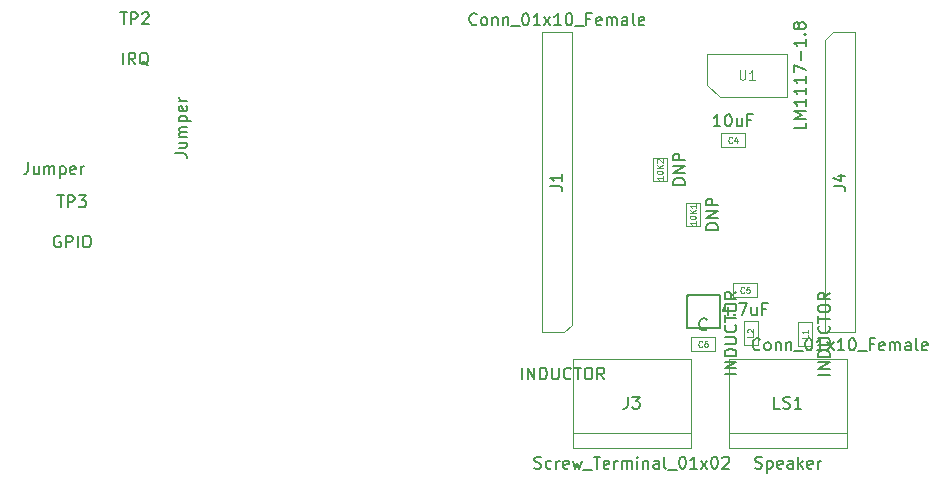
<source format=gbr>
G04 #@! TF.GenerationSoftware,KiCad,Pcbnew,5.1.1-8be2ce7~80~ubuntu18.10.1*
G04 #@! TF.CreationDate,2019-05-27T00:45:37+08:00*
G04 #@! TF.ProjectId,tas2562_dev_pcb,74617332-3536-4325-9f64-65765f706362,rev?*
G04 #@! TF.SameCoordinates,Original*
G04 #@! TF.FileFunction,Other,Fab,Top*
%FSLAX46Y46*%
G04 Gerber Fmt 4.6, Leading zero omitted, Abs format (unit mm)*
G04 Created by KiCad (PCBNEW 5.1.1-8be2ce7~80~ubuntu18.10.1) date 2019-05-27 00:45:37*
%MOMM*%
%LPD*%
G04 APERTURE LIST*
%ADD10C,0.152400*%
%ADD11C,0.100000*%
%ADD12C,0.150000*%
%ADD13C,0.080000*%
%ADD14C,0.120000*%
G04 APERTURE END LIST*
D10*
X160000000Y-101200000D02*
X160000000Y-104000000D01*
X162800000Y-101200000D02*
X160000000Y-101200000D01*
X162800000Y-104000000D02*
X162800000Y-101200000D01*
X160000000Y-104000000D02*
X162800000Y-104000000D01*
X160200000Y-101200000D02*
X160000000Y-101400000D01*
D11*
X150266400Y-103759000D02*
X149631400Y-104394000D01*
X150266400Y-78994000D02*
X150266400Y-103759000D01*
X147726400Y-78994000D02*
X150266400Y-78994000D01*
X147726400Y-104394000D02*
X147726400Y-78994000D01*
X149631400Y-104394000D02*
X147726400Y-104394000D01*
X171704000Y-79629000D02*
X172339000Y-78994000D01*
X171704000Y-104394000D02*
X171704000Y-79629000D01*
X174244000Y-104394000D02*
X171704000Y-104394000D01*
X174244000Y-78994000D02*
X174244000Y-104394000D01*
X172339000Y-78994000D02*
X174244000Y-78994000D01*
X161128000Y-93409500D02*
X161128000Y-95409500D01*
X159928000Y-93409500D02*
X161128000Y-93409500D01*
X159928000Y-95409500D02*
X159928000Y-93409500D01*
X161128000Y-95409500D02*
X159928000Y-95409500D01*
X158334000Y-91599500D02*
X157134000Y-91599500D01*
X157134000Y-91599500D02*
X157134000Y-89599500D01*
X157134000Y-89599500D02*
X158334000Y-89599500D01*
X158334000Y-89599500D02*
X158334000Y-91599500D01*
X164908500Y-87538000D02*
X164908500Y-88738000D01*
X164908500Y-88738000D02*
X162908500Y-88738000D01*
X162908500Y-88738000D02*
X162908500Y-87538000D01*
X162908500Y-87538000D02*
X164908500Y-87538000D01*
X165924500Y-101438000D02*
X163924500Y-101438000D01*
X165924500Y-100238000D02*
X165924500Y-101438000D01*
X163924500Y-100238000D02*
X165924500Y-100238000D01*
X163924500Y-101438000D02*
X163924500Y-100238000D01*
X160368500Y-104810000D02*
X162368500Y-104810000D01*
X160368500Y-106010000D02*
X160368500Y-104810000D01*
X162368500Y-106010000D02*
X160368500Y-106010000D01*
X162368500Y-104810000D02*
X162368500Y-106010000D01*
X150390000Y-112950000D02*
X160290000Y-112950000D01*
X150340000Y-106650000D02*
X150340000Y-114150000D01*
X150340000Y-114150000D02*
X160340000Y-114150000D01*
X160340000Y-114150000D02*
X160340000Y-106650000D01*
X160340000Y-106650000D02*
X150340000Y-106650000D01*
X170600000Y-105537500D02*
X169400000Y-105537500D01*
X169400000Y-105537500D02*
X169400000Y-103537500D01*
X169400000Y-103537500D02*
X170600000Y-103537500D01*
X170600000Y-103537500D02*
X170600000Y-105537500D01*
X164800000Y-105462500D02*
X164800000Y-103462500D01*
X166000000Y-105462500D02*
X164800000Y-105462500D01*
X166000000Y-103462500D02*
X166000000Y-105462500D01*
X164800000Y-103462500D02*
X166000000Y-103462500D01*
X173540000Y-106650000D02*
X163540000Y-106650000D01*
X173540000Y-114150000D02*
X173540000Y-106650000D01*
X163540000Y-114150000D02*
X173540000Y-114150000D01*
X163540000Y-106650000D02*
X163540000Y-114150000D01*
X163590000Y-112950000D02*
X173490000Y-112950000D01*
X162800000Y-84502000D02*
X161750000Y-83452000D01*
X162800000Y-84502000D02*
X168450000Y-84502000D01*
X161750000Y-83452000D02*
X161750000Y-80802000D01*
X168450000Y-84502000D02*
X168450000Y-80802000D01*
X161750000Y-80802000D02*
X168450000Y-80802000D01*
D12*
X142210685Y-78291142D02*
X142163066Y-78338761D01*
X142020209Y-78386380D01*
X141924971Y-78386380D01*
X141782114Y-78338761D01*
X141686876Y-78243523D01*
X141639257Y-78148285D01*
X141591638Y-77957809D01*
X141591638Y-77814952D01*
X141639257Y-77624476D01*
X141686876Y-77529238D01*
X141782114Y-77434000D01*
X141924971Y-77386380D01*
X142020209Y-77386380D01*
X142163066Y-77434000D01*
X142210685Y-77481619D01*
X142782114Y-78386380D02*
X142686876Y-78338761D01*
X142639257Y-78291142D01*
X142591638Y-78195904D01*
X142591638Y-77910190D01*
X142639257Y-77814952D01*
X142686876Y-77767333D01*
X142782114Y-77719714D01*
X142924971Y-77719714D01*
X143020209Y-77767333D01*
X143067828Y-77814952D01*
X143115447Y-77910190D01*
X143115447Y-78195904D01*
X143067828Y-78291142D01*
X143020209Y-78338761D01*
X142924971Y-78386380D01*
X142782114Y-78386380D01*
X143544019Y-77719714D02*
X143544019Y-78386380D01*
X143544019Y-77814952D02*
X143591638Y-77767333D01*
X143686876Y-77719714D01*
X143829733Y-77719714D01*
X143924971Y-77767333D01*
X143972590Y-77862571D01*
X143972590Y-78386380D01*
X144448780Y-77719714D02*
X144448780Y-78386380D01*
X144448780Y-77814952D02*
X144496400Y-77767333D01*
X144591638Y-77719714D01*
X144734495Y-77719714D01*
X144829733Y-77767333D01*
X144877352Y-77862571D01*
X144877352Y-78386380D01*
X145115447Y-78481619D02*
X145877352Y-78481619D01*
X146305923Y-77386380D02*
X146401161Y-77386380D01*
X146496400Y-77434000D01*
X146544019Y-77481619D01*
X146591638Y-77576857D01*
X146639257Y-77767333D01*
X146639257Y-78005428D01*
X146591638Y-78195904D01*
X146544019Y-78291142D01*
X146496400Y-78338761D01*
X146401161Y-78386380D01*
X146305923Y-78386380D01*
X146210685Y-78338761D01*
X146163066Y-78291142D01*
X146115447Y-78195904D01*
X146067828Y-78005428D01*
X146067828Y-77767333D01*
X146115447Y-77576857D01*
X146163066Y-77481619D01*
X146210685Y-77434000D01*
X146305923Y-77386380D01*
X147591638Y-78386380D02*
X147020209Y-78386380D01*
X147305923Y-78386380D02*
X147305923Y-77386380D01*
X147210685Y-77529238D01*
X147115447Y-77624476D01*
X147020209Y-77672095D01*
X147924971Y-78386380D02*
X148448780Y-77719714D01*
X147924971Y-77719714D02*
X148448780Y-78386380D01*
X149353542Y-78386380D02*
X148782114Y-78386380D01*
X149067828Y-78386380D02*
X149067828Y-77386380D01*
X148972590Y-77529238D01*
X148877352Y-77624476D01*
X148782114Y-77672095D01*
X149972590Y-77386380D02*
X150067828Y-77386380D01*
X150163066Y-77434000D01*
X150210685Y-77481619D01*
X150258304Y-77576857D01*
X150305923Y-77767333D01*
X150305923Y-78005428D01*
X150258304Y-78195904D01*
X150210685Y-78291142D01*
X150163066Y-78338761D01*
X150067828Y-78386380D01*
X149972590Y-78386380D01*
X149877352Y-78338761D01*
X149829733Y-78291142D01*
X149782114Y-78195904D01*
X149734495Y-78005428D01*
X149734495Y-77767333D01*
X149782114Y-77576857D01*
X149829733Y-77481619D01*
X149877352Y-77434000D01*
X149972590Y-77386380D01*
X150496400Y-78481619D02*
X151258304Y-78481619D01*
X151829733Y-77862571D02*
X151496400Y-77862571D01*
X151496400Y-78386380D02*
X151496400Y-77386380D01*
X151972590Y-77386380D01*
X152734495Y-78338761D02*
X152639257Y-78386380D01*
X152448780Y-78386380D01*
X152353542Y-78338761D01*
X152305923Y-78243523D01*
X152305923Y-77862571D01*
X152353542Y-77767333D01*
X152448780Y-77719714D01*
X152639257Y-77719714D01*
X152734495Y-77767333D01*
X152782114Y-77862571D01*
X152782114Y-77957809D01*
X152305923Y-78053047D01*
X153210685Y-78386380D02*
X153210685Y-77719714D01*
X153210685Y-77814952D02*
X153258304Y-77767333D01*
X153353542Y-77719714D01*
X153496400Y-77719714D01*
X153591638Y-77767333D01*
X153639257Y-77862571D01*
X153639257Y-78386380D01*
X153639257Y-77862571D02*
X153686876Y-77767333D01*
X153782114Y-77719714D01*
X153924971Y-77719714D01*
X154020209Y-77767333D01*
X154067828Y-77862571D01*
X154067828Y-78386380D01*
X154972590Y-78386380D02*
X154972590Y-77862571D01*
X154924971Y-77767333D01*
X154829733Y-77719714D01*
X154639257Y-77719714D01*
X154544019Y-77767333D01*
X154972590Y-78338761D02*
X154877352Y-78386380D01*
X154639257Y-78386380D01*
X154544019Y-78338761D01*
X154496400Y-78243523D01*
X154496400Y-78148285D01*
X154544019Y-78053047D01*
X154639257Y-78005428D01*
X154877352Y-78005428D01*
X154972590Y-77957809D01*
X155591638Y-78386380D02*
X155496400Y-78338761D01*
X155448780Y-78243523D01*
X155448780Y-77386380D01*
X156353542Y-78338761D02*
X156258304Y-78386380D01*
X156067828Y-78386380D01*
X155972590Y-78338761D01*
X155924971Y-78243523D01*
X155924971Y-77862571D01*
X155972590Y-77767333D01*
X156067828Y-77719714D01*
X156258304Y-77719714D01*
X156353542Y-77767333D01*
X156401161Y-77862571D01*
X156401161Y-77957809D01*
X155924971Y-78053047D01*
X148448780Y-92027333D02*
X149163066Y-92027333D01*
X149305923Y-92074952D01*
X149401161Y-92170190D01*
X149448780Y-92313047D01*
X149448780Y-92408285D01*
X149448780Y-91027333D02*
X149448780Y-91598761D01*
X149448780Y-91313047D02*
X148448780Y-91313047D01*
X148591638Y-91408285D01*
X148686876Y-91503523D01*
X148734495Y-91598761D01*
X166188285Y-105811142D02*
X166140666Y-105858761D01*
X165997809Y-105906380D01*
X165902571Y-105906380D01*
X165759714Y-105858761D01*
X165664476Y-105763523D01*
X165616857Y-105668285D01*
X165569238Y-105477809D01*
X165569238Y-105334952D01*
X165616857Y-105144476D01*
X165664476Y-105049238D01*
X165759714Y-104954000D01*
X165902571Y-104906380D01*
X165997809Y-104906380D01*
X166140666Y-104954000D01*
X166188285Y-105001619D01*
X166759714Y-105906380D02*
X166664476Y-105858761D01*
X166616857Y-105811142D01*
X166569238Y-105715904D01*
X166569238Y-105430190D01*
X166616857Y-105334952D01*
X166664476Y-105287333D01*
X166759714Y-105239714D01*
X166902571Y-105239714D01*
X166997809Y-105287333D01*
X167045428Y-105334952D01*
X167093047Y-105430190D01*
X167093047Y-105715904D01*
X167045428Y-105811142D01*
X166997809Y-105858761D01*
X166902571Y-105906380D01*
X166759714Y-105906380D01*
X167521619Y-105239714D02*
X167521619Y-105906380D01*
X167521619Y-105334952D02*
X167569238Y-105287333D01*
X167664476Y-105239714D01*
X167807333Y-105239714D01*
X167902571Y-105287333D01*
X167950190Y-105382571D01*
X167950190Y-105906380D01*
X168426380Y-105239714D02*
X168426380Y-105906380D01*
X168426380Y-105334952D02*
X168474000Y-105287333D01*
X168569238Y-105239714D01*
X168712095Y-105239714D01*
X168807333Y-105287333D01*
X168854952Y-105382571D01*
X168854952Y-105906380D01*
X169093047Y-106001619D02*
X169854952Y-106001619D01*
X170283523Y-104906380D02*
X170378761Y-104906380D01*
X170474000Y-104954000D01*
X170521619Y-105001619D01*
X170569238Y-105096857D01*
X170616857Y-105287333D01*
X170616857Y-105525428D01*
X170569238Y-105715904D01*
X170521619Y-105811142D01*
X170474000Y-105858761D01*
X170378761Y-105906380D01*
X170283523Y-105906380D01*
X170188285Y-105858761D01*
X170140666Y-105811142D01*
X170093047Y-105715904D01*
X170045428Y-105525428D01*
X170045428Y-105287333D01*
X170093047Y-105096857D01*
X170140666Y-105001619D01*
X170188285Y-104954000D01*
X170283523Y-104906380D01*
X171569238Y-105906380D02*
X170997809Y-105906380D01*
X171283523Y-105906380D02*
X171283523Y-104906380D01*
X171188285Y-105049238D01*
X171093047Y-105144476D01*
X170997809Y-105192095D01*
X171902571Y-105906380D02*
X172426380Y-105239714D01*
X171902571Y-105239714D02*
X172426380Y-105906380D01*
X173331142Y-105906380D02*
X172759714Y-105906380D01*
X173045428Y-105906380D02*
X173045428Y-104906380D01*
X172950190Y-105049238D01*
X172854952Y-105144476D01*
X172759714Y-105192095D01*
X173950190Y-104906380D02*
X174045428Y-104906380D01*
X174140666Y-104954000D01*
X174188285Y-105001619D01*
X174235904Y-105096857D01*
X174283523Y-105287333D01*
X174283523Y-105525428D01*
X174235904Y-105715904D01*
X174188285Y-105811142D01*
X174140666Y-105858761D01*
X174045428Y-105906380D01*
X173950190Y-105906380D01*
X173854952Y-105858761D01*
X173807333Y-105811142D01*
X173759714Y-105715904D01*
X173712095Y-105525428D01*
X173712095Y-105287333D01*
X173759714Y-105096857D01*
X173807333Y-105001619D01*
X173854952Y-104954000D01*
X173950190Y-104906380D01*
X174474000Y-106001619D02*
X175235904Y-106001619D01*
X175807333Y-105382571D02*
X175474000Y-105382571D01*
X175474000Y-105906380D02*
X175474000Y-104906380D01*
X175950190Y-104906380D01*
X176712095Y-105858761D02*
X176616857Y-105906380D01*
X176426380Y-105906380D01*
X176331142Y-105858761D01*
X176283523Y-105763523D01*
X176283523Y-105382571D01*
X176331142Y-105287333D01*
X176426380Y-105239714D01*
X176616857Y-105239714D01*
X176712095Y-105287333D01*
X176759714Y-105382571D01*
X176759714Y-105477809D01*
X176283523Y-105573047D01*
X177188285Y-105906380D02*
X177188285Y-105239714D01*
X177188285Y-105334952D02*
X177235904Y-105287333D01*
X177331142Y-105239714D01*
X177474000Y-105239714D01*
X177569238Y-105287333D01*
X177616857Y-105382571D01*
X177616857Y-105906380D01*
X177616857Y-105382571D02*
X177664476Y-105287333D01*
X177759714Y-105239714D01*
X177902571Y-105239714D01*
X177997809Y-105287333D01*
X178045428Y-105382571D01*
X178045428Y-105906380D01*
X178950190Y-105906380D02*
X178950190Y-105382571D01*
X178902571Y-105287333D01*
X178807333Y-105239714D01*
X178616857Y-105239714D01*
X178521619Y-105287333D01*
X178950190Y-105858761D02*
X178854952Y-105906380D01*
X178616857Y-105906380D01*
X178521619Y-105858761D01*
X178474000Y-105763523D01*
X178474000Y-105668285D01*
X178521619Y-105573047D01*
X178616857Y-105525428D01*
X178854952Y-105525428D01*
X178950190Y-105477809D01*
X179569238Y-105906380D02*
X179474000Y-105858761D01*
X179426380Y-105763523D01*
X179426380Y-104906380D01*
X180331142Y-105858761D02*
X180235904Y-105906380D01*
X180045428Y-105906380D01*
X179950190Y-105858761D01*
X179902571Y-105763523D01*
X179902571Y-105382571D01*
X179950190Y-105287333D01*
X180045428Y-105239714D01*
X180235904Y-105239714D01*
X180331142Y-105287333D01*
X180378761Y-105382571D01*
X180378761Y-105477809D01*
X179902571Y-105573047D01*
X172426380Y-92027333D02*
X173140666Y-92027333D01*
X173283523Y-92074952D01*
X173378761Y-92170190D01*
X173426380Y-92313047D01*
X173426380Y-92408285D01*
X172759714Y-91122571D02*
X173426380Y-91122571D01*
X172378761Y-91360666D02*
X173093047Y-91598761D01*
X173093047Y-90979714D01*
X162630380Y-95695214D02*
X161630380Y-95695214D01*
X161630380Y-95457119D01*
X161678000Y-95314261D01*
X161773238Y-95219023D01*
X161868476Y-95171404D01*
X162058952Y-95123785D01*
X162201809Y-95123785D01*
X162392285Y-95171404D01*
X162487523Y-95219023D01*
X162582761Y-95314261D01*
X162630380Y-95457119D01*
X162630380Y-95695214D01*
X162630380Y-94695214D02*
X161630380Y-94695214D01*
X162630380Y-94123785D01*
X161630380Y-94123785D01*
X162630380Y-93647595D02*
X161630380Y-93647595D01*
X161630380Y-93266642D01*
X161678000Y-93171404D01*
X161725619Y-93123785D01*
X161820857Y-93076166D01*
X161963714Y-93076166D01*
X162058952Y-93123785D01*
X162106571Y-93171404D01*
X162154190Y-93266642D01*
X162154190Y-93647595D01*
D13*
X160754190Y-94992833D02*
X160754190Y-95278547D01*
X160754190Y-95135690D02*
X160254190Y-95135690D01*
X160325619Y-95183309D01*
X160373238Y-95230928D01*
X160397047Y-95278547D01*
X160254190Y-94683309D02*
X160254190Y-94635690D01*
X160278000Y-94588071D01*
X160301809Y-94564261D01*
X160349428Y-94540452D01*
X160444666Y-94516642D01*
X160563714Y-94516642D01*
X160658952Y-94540452D01*
X160706571Y-94564261D01*
X160730380Y-94588071D01*
X160754190Y-94635690D01*
X160754190Y-94683309D01*
X160730380Y-94730928D01*
X160706571Y-94754738D01*
X160658952Y-94778547D01*
X160563714Y-94802357D01*
X160444666Y-94802357D01*
X160349428Y-94778547D01*
X160301809Y-94754738D01*
X160278000Y-94730928D01*
X160254190Y-94683309D01*
X160754190Y-94302357D02*
X160254190Y-94302357D01*
X160754190Y-94016642D02*
X160468476Y-94230928D01*
X160254190Y-94016642D02*
X160539904Y-94302357D01*
X160754190Y-93540452D02*
X160754190Y-93826166D01*
X160754190Y-93683309D02*
X160254190Y-93683309D01*
X160325619Y-93730928D01*
X160373238Y-93778547D01*
X160397047Y-93826166D01*
D12*
X159836380Y-91885214D02*
X158836380Y-91885214D01*
X158836380Y-91647119D01*
X158884000Y-91504261D01*
X158979238Y-91409023D01*
X159074476Y-91361404D01*
X159264952Y-91313785D01*
X159407809Y-91313785D01*
X159598285Y-91361404D01*
X159693523Y-91409023D01*
X159788761Y-91504261D01*
X159836380Y-91647119D01*
X159836380Y-91885214D01*
X159836380Y-90885214D02*
X158836380Y-90885214D01*
X159836380Y-90313785D01*
X158836380Y-90313785D01*
X159836380Y-89837595D02*
X158836380Y-89837595D01*
X158836380Y-89456642D01*
X158884000Y-89361404D01*
X158931619Y-89313785D01*
X159026857Y-89266166D01*
X159169714Y-89266166D01*
X159264952Y-89313785D01*
X159312571Y-89361404D01*
X159360190Y-89456642D01*
X159360190Y-89837595D01*
D13*
X157960190Y-91182833D02*
X157960190Y-91468547D01*
X157960190Y-91325690D02*
X157460190Y-91325690D01*
X157531619Y-91373309D01*
X157579238Y-91420928D01*
X157603047Y-91468547D01*
X157460190Y-90873309D02*
X157460190Y-90825690D01*
X157484000Y-90778071D01*
X157507809Y-90754261D01*
X157555428Y-90730452D01*
X157650666Y-90706642D01*
X157769714Y-90706642D01*
X157864952Y-90730452D01*
X157912571Y-90754261D01*
X157936380Y-90778071D01*
X157960190Y-90825690D01*
X157960190Y-90873309D01*
X157936380Y-90920928D01*
X157912571Y-90944738D01*
X157864952Y-90968547D01*
X157769714Y-90992357D01*
X157650666Y-90992357D01*
X157555428Y-90968547D01*
X157507809Y-90944738D01*
X157484000Y-90920928D01*
X157460190Y-90873309D01*
X157960190Y-90492357D02*
X157460190Y-90492357D01*
X157960190Y-90206642D02*
X157674476Y-90420928D01*
X157460190Y-90206642D02*
X157745904Y-90492357D01*
X157507809Y-90016166D02*
X157484000Y-89992357D01*
X157460190Y-89944738D01*
X157460190Y-89825690D01*
X157484000Y-89778071D01*
X157507809Y-89754261D01*
X157555428Y-89730452D01*
X157603047Y-89730452D01*
X157674476Y-89754261D01*
X157960190Y-90039976D01*
X157960190Y-89730452D01*
D12*
X162837071Y-86940380D02*
X162265642Y-86940380D01*
X162551357Y-86940380D02*
X162551357Y-85940380D01*
X162456119Y-86083238D01*
X162360880Y-86178476D01*
X162265642Y-86226095D01*
X163456119Y-85940380D02*
X163551357Y-85940380D01*
X163646595Y-85988000D01*
X163694214Y-86035619D01*
X163741833Y-86130857D01*
X163789452Y-86321333D01*
X163789452Y-86559428D01*
X163741833Y-86749904D01*
X163694214Y-86845142D01*
X163646595Y-86892761D01*
X163551357Y-86940380D01*
X163456119Y-86940380D01*
X163360880Y-86892761D01*
X163313261Y-86845142D01*
X163265642Y-86749904D01*
X163218023Y-86559428D01*
X163218023Y-86321333D01*
X163265642Y-86130857D01*
X163313261Y-86035619D01*
X163360880Y-85988000D01*
X163456119Y-85940380D01*
X164646595Y-86273714D02*
X164646595Y-86940380D01*
X164218023Y-86273714D02*
X164218023Y-86797523D01*
X164265642Y-86892761D01*
X164360880Y-86940380D01*
X164503738Y-86940380D01*
X164598976Y-86892761D01*
X164646595Y-86845142D01*
X165456119Y-86416571D02*
X165122785Y-86416571D01*
X165122785Y-86940380D02*
X165122785Y-85940380D01*
X165598976Y-85940380D01*
D13*
X163825166Y-88316571D02*
X163801357Y-88340380D01*
X163729928Y-88364190D01*
X163682309Y-88364190D01*
X163610880Y-88340380D01*
X163563261Y-88292761D01*
X163539452Y-88245142D01*
X163515642Y-88149904D01*
X163515642Y-88078476D01*
X163539452Y-87983238D01*
X163563261Y-87935619D01*
X163610880Y-87888000D01*
X163682309Y-87864190D01*
X163729928Y-87864190D01*
X163801357Y-87888000D01*
X163825166Y-87911809D01*
X164253738Y-88030857D02*
X164253738Y-88364190D01*
X164134690Y-87840380D02*
X164015642Y-88197523D01*
X164325166Y-88197523D01*
D12*
X163519738Y-102273714D02*
X163519738Y-102940380D01*
X163281642Y-101892761D02*
X163043547Y-102607047D01*
X163662595Y-102607047D01*
X164043547Y-102845142D02*
X164091166Y-102892761D01*
X164043547Y-102940380D01*
X163995928Y-102892761D01*
X164043547Y-102845142D01*
X164043547Y-102940380D01*
X164424500Y-101940380D02*
X165091166Y-101940380D01*
X164662595Y-102940380D01*
X165900690Y-102273714D02*
X165900690Y-102940380D01*
X165472119Y-102273714D02*
X165472119Y-102797523D01*
X165519738Y-102892761D01*
X165614976Y-102940380D01*
X165757833Y-102940380D01*
X165853071Y-102892761D01*
X165900690Y-102845142D01*
X166710214Y-102416571D02*
X166376880Y-102416571D01*
X166376880Y-102940380D02*
X166376880Y-101940380D01*
X166853071Y-101940380D01*
D13*
X164841166Y-101016571D02*
X164817357Y-101040380D01*
X164745928Y-101064190D01*
X164698309Y-101064190D01*
X164626880Y-101040380D01*
X164579261Y-100992761D01*
X164555452Y-100945142D01*
X164531642Y-100849904D01*
X164531642Y-100778476D01*
X164555452Y-100683238D01*
X164579261Y-100635619D01*
X164626880Y-100588000D01*
X164698309Y-100564190D01*
X164745928Y-100564190D01*
X164817357Y-100588000D01*
X164841166Y-100611809D01*
X165293547Y-100564190D02*
X165055452Y-100564190D01*
X165031642Y-100802285D01*
X165055452Y-100778476D01*
X165103071Y-100754666D01*
X165222119Y-100754666D01*
X165269738Y-100778476D01*
X165293547Y-100802285D01*
X165317357Y-100849904D01*
X165317357Y-100968952D01*
X165293547Y-101016571D01*
X165269738Y-101040380D01*
X165222119Y-101064190D01*
X165103071Y-101064190D01*
X165055452Y-101040380D01*
X165031642Y-101016571D01*
D12*
X161678023Y-104117142D02*
X161630404Y-104164761D01*
X161487547Y-104212380D01*
X161392309Y-104212380D01*
X161249452Y-104164761D01*
X161154214Y-104069523D01*
X161106595Y-103974285D01*
X161058976Y-103783809D01*
X161058976Y-103640952D01*
X161106595Y-103450476D01*
X161154214Y-103355238D01*
X161249452Y-103260000D01*
X161392309Y-103212380D01*
X161487547Y-103212380D01*
X161630404Y-103260000D01*
X161678023Y-103307619D01*
D13*
X161285166Y-105588571D02*
X161261357Y-105612380D01*
X161189928Y-105636190D01*
X161142309Y-105636190D01*
X161070880Y-105612380D01*
X161023261Y-105564761D01*
X160999452Y-105517142D01*
X160975642Y-105421904D01*
X160975642Y-105350476D01*
X160999452Y-105255238D01*
X161023261Y-105207619D01*
X161070880Y-105160000D01*
X161142309Y-105136190D01*
X161189928Y-105136190D01*
X161261357Y-105160000D01*
X161285166Y-105183809D01*
X161713738Y-105136190D02*
X161618500Y-105136190D01*
X161570880Y-105160000D01*
X161547071Y-105183809D01*
X161499452Y-105255238D01*
X161475642Y-105350476D01*
X161475642Y-105540952D01*
X161499452Y-105588571D01*
X161523261Y-105612380D01*
X161570880Y-105636190D01*
X161666119Y-105636190D01*
X161713738Y-105612380D01*
X161737547Y-105588571D01*
X161761357Y-105540952D01*
X161761357Y-105421904D01*
X161737547Y-105374285D01*
X161713738Y-105350476D01*
X161666119Y-105326666D01*
X161570880Y-105326666D01*
X161523261Y-105350476D01*
X161499452Y-105374285D01*
X161475642Y-105421904D01*
D12*
X147101904Y-115884761D02*
X147244761Y-115932380D01*
X147482857Y-115932380D01*
X147578095Y-115884761D01*
X147625714Y-115837142D01*
X147673333Y-115741904D01*
X147673333Y-115646666D01*
X147625714Y-115551428D01*
X147578095Y-115503809D01*
X147482857Y-115456190D01*
X147292380Y-115408571D01*
X147197142Y-115360952D01*
X147149523Y-115313333D01*
X147101904Y-115218095D01*
X147101904Y-115122857D01*
X147149523Y-115027619D01*
X147197142Y-114980000D01*
X147292380Y-114932380D01*
X147530476Y-114932380D01*
X147673333Y-114980000D01*
X148530476Y-115884761D02*
X148435238Y-115932380D01*
X148244761Y-115932380D01*
X148149523Y-115884761D01*
X148101904Y-115837142D01*
X148054285Y-115741904D01*
X148054285Y-115456190D01*
X148101904Y-115360952D01*
X148149523Y-115313333D01*
X148244761Y-115265714D01*
X148435238Y-115265714D01*
X148530476Y-115313333D01*
X148959047Y-115932380D02*
X148959047Y-115265714D01*
X148959047Y-115456190D02*
X149006666Y-115360952D01*
X149054285Y-115313333D01*
X149149523Y-115265714D01*
X149244761Y-115265714D01*
X149959047Y-115884761D02*
X149863809Y-115932380D01*
X149673333Y-115932380D01*
X149578095Y-115884761D01*
X149530476Y-115789523D01*
X149530476Y-115408571D01*
X149578095Y-115313333D01*
X149673333Y-115265714D01*
X149863809Y-115265714D01*
X149959047Y-115313333D01*
X150006666Y-115408571D01*
X150006666Y-115503809D01*
X149530476Y-115599047D01*
X150340000Y-115265714D02*
X150530476Y-115932380D01*
X150720952Y-115456190D01*
X150911428Y-115932380D01*
X151101904Y-115265714D01*
X151244761Y-116027619D02*
X152006666Y-116027619D01*
X152101904Y-114932380D02*
X152673333Y-114932380D01*
X152387619Y-115932380D02*
X152387619Y-114932380D01*
X153387619Y-115884761D02*
X153292380Y-115932380D01*
X153101904Y-115932380D01*
X153006666Y-115884761D01*
X152959047Y-115789523D01*
X152959047Y-115408571D01*
X153006666Y-115313333D01*
X153101904Y-115265714D01*
X153292380Y-115265714D01*
X153387619Y-115313333D01*
X153435238Y-115408571D01*
X153435238Y-115503809D01*
X152959047Y-115599047D01*
X153863809Y-115932380D02*
X153863809Y-115265714D01*
X153863809Y-115456190D02*
X153911428Y-115360952D01*
X153959047Y-115313333D01*
X154054285Y-115265714D01*
X154149523Y-115265714D01*
X154482857Y-115932380D02*
X154482857Y-115265714D01*
X154482857Y-115360952D02*
X154530476Y-115313333D01*
X154625714Y-115265714D01*
X154768571Y-115265714D01*
X154863809Y-115313333D01*
X154911428Y-115408571D01*
X154911428Y-115932380D01*
X154911428Y-115408571D02*
X154959047Y-115313333D01*
X155054285Y-115265714D01*
X155197142Y-115265714D01*
X155292380Y-115313333D01*
X155340000Y-115408571D01*
X155340000Y-115932380D01*
X155816190Y-115932380D02*
X155816190Y-115265714D01*
X155816190Y-114932380D02*
X155768571Y-114980000D01*
X155816190Y-115027619D01*
X155863809Y-114980000D01*
X155816190Y-114932380D01*
X155816190Y-115027619D01*
X156292380Y-115265714D02*
X156292380Y-115932380D01*
X156292380Y-115360952D02*
X156340000Y-115313333D01*
X156435238Y-115265714D01*
X156578095Y-115265714D01*
X156673333Y-115313333D01*
X156720952Y-115408571D01*
X156720952Y-115932380D01*
X157625714Y-115932380D02*
X157625714Y-115408571D01*
X157578095Y-115313333D01*
X157482857Y-115265714D01*
X157292380Y-115265714D01*
X157197142Y-115313333D01*
X157625714Y-115884761D02*
X157530476Y-115932380D01*
X157292380Y-115932380D01*
X157197142Y-115884761D01*
X157149523Y-115789523D01*
X157149523Y-115694285D01*
X157197142Y-115599047D01*
X157292380Y-115551428D01*
X157530476Y-115551428D01*
X157625714Y-115503809D01*
X158244761Y-115932380D02*
X158149523Y-115884761D01*
X158101904Y-115789523D01*
X158101904Y-114932380D01*
X158387619Y-116027619D02*
X159149523Y-116027619D01*
X159578095Y-114932380D02*
X159673333Y-114932380D01*
X159768571Y-114980000D01*
X159816190Y-115027619D01*
X159863809Y-115122857D01*
X159911428Y-115313333D01*
X159911428Y-115551428D01*
X159863809Y-115741904D01*
X159816190Y-115837142D01*
X159768571Y-115884761D01*
X159673333Y-115932380D01*
X159578095Y-115932380D01*
X159482857Y-115884761D01*
X159435238Y-115837142D01*
X159387619Y-115741904D01*
X159340000Y-115551428D01*
X159340000Y-115313333D01*
X159387619Y-115122857D01*
X159435238Y-115027619D01*
X159482857Y-114980000D01*
X159578095Y-114932380D01*
X160863809Y-115932380D02*
X160292380Y-115932380D01*
X160578095Y-115932380D02*
X160578095Y-114932380D01*
X160482857Y-115075238D01*
X160387619Y-115170476D01*
X160292380Y-115218095D01*
X161197142Y-115932380D02*
X161720952Y-115265714D01*
X161197142Y-115265714D02*
X161720952Y-115932380D01*
X162292380Y-114932380D02*
X162387619Y-114932380D01*
X162482857Y-114980000D01*
X162530476Y-115027619D01*
X162578095Y-115122857D01*
X162625714Y-115313333D01*
X162625714Y-115551428D01*
X162578095Y-115741904D01*
X162530476Y-115837142D01*
X162482857Y-115884761D01*
X162387619Y-115932380D01*
X162292380Y-115932380D01*
X162197142Y-115884761D01*
X162149523Y-115837142D01*
X162101904Y-115741904D01*
X162054285Y-115551428D01*
X162054285Y-115313333D01*
X162101904Y-115122857D01*
X162149523Y-115027619D01*
X162197142Y-114980000D01*
X162292380Y-114932380D01*
X163006666Y-115027619D02*
X163054285Y-114980000D01*
X163149523Y-114932380D01*
X163387619Y-114932380D01*
X163482857Y-114980000D01*
X163530476Y-115027619D01*
X163578095Y-115122857D01*
X163578095Y-115218095D01*
X163530476Y-115360952D01*
X162959047Y-115932380D01*
X163578095Y-115932380D01*
X155006666Y-109852380D02*
X155006666Y-110566666D01*
X154959047Y-110709523D01*
X154863809Y-110804761D01*
X154720952Y-110852380D01*
X154625714Y-110852380D01*
X155387619Y-109852380D02*
X156006666Y-109852380D01*
X155673333Y-110233333D01*
X155816190Y-110233333D01*
X155911428Y-110280952D01*
X155959047Y-110328571D01*
X156006666Y-110423809D01*
X156006666Y-110661904D01*
X155959047Y-110757142D01*
X155911428Y-110804761D01*
X155816190Y-110852380D01*
X155530476Y-110852380D01*
X155435238Y-110804761D01*
X155387619Y-110757142D01*
X172102380Y-107989880D02*
X171102380Y-107989880D01*
X172102380Y-107513690D02*
X171102380Y-107513690D01*
X172102380Y-106942261D01*
X171102380Y-106942261D01*
X172102380Y-106466071D02*
X171102380Y-106466071D01*
X171102380Y-106227976D01*
X171150000Y-106085119D01*
X171245238Y-105989880D01*
X171340476Y-105942261D01*
X171530952Y-105894642D01*
X171673809Y-105894642D01*
X171864285Y-105942261D01*
X171959523Y-105989880D01*
X172054761Y-106085119D01*
X172102380Y-106227976D01*
X172102380Y-106466071D01*
X171102380Y-105466071D02*
X171911904Y-105466071D01*
X172007142Y-105418452D01*
X172054761Y-105370833D01*
X172102380Y-105275595D01*
X172102380Y-105085119D01*
X172054761Y-104989880D01*
X172007142Y-104942261D01*
X171911904Y-104894642D01*
X171102380Y-104894642D01*
X172007142Y-103847023D02*
X172054761Y-103894642D01*
X172102380Y-104037500D01*
X172102380Y-104132738D01*
X172054761Y-104275595D01*
X171959523Y-104370833D01*
X171864285Y-104418452D01*
X171673809Y-104466071D01*
X171530952Y-104466071D01*
X171340476Y-104418452D01*
X171245238Y-104370833D01*
X171150000Y-104275595D01*
X171102380Y-104132738D01*
X171102380Y-104037500D01*
X171150000Y-103894642D01*
X171197619Y-103847023D01*
X171102380Y-103561309D02*
X171102380Y-102989880D01*
X172102380Y-103275595D02*
X171102380Y-103275595D01*
X171102380Y-102466071D02*
X171102380Y-102275595D01*
X171150000Y-102180357D01*
X171245238Y-102085119D01*
X171435714Y-102037500D01*
X171769047Y-102037500D01*
X171959523Y-102085119D01*
X172054761Y-102180357D01*
X172102380Y-102275595D01*
X172102380Y-102466071D01*
X172054761Y-102561309D01*
X171959523Y-102656547D01*
X171769047Y-102704166D01*
X171435714Y-102704166D01*
X171245238Y-102656547D01*
X171150000Y-102561309D01*
X171102380Y-102466071D01*
X172102380Y-101037500D02*
X171626190Y-101370833D01*
X172102380Y-101608928D02*
X171102380Y-101608928D01*
X171102380Y-101227976D01*
X171150000Y-101132738D01*
X171197619Y-101085119D01*
X171292857Y-101037500D01*
X171435714Y-101037500D01*
X171530952Y-101085119D01*
X171578571Y-101132738D01*
X171626190Y-101227976D01*
X171626190Y-101608928D01*
D13*
X170226190Y-104620833D02*
X170226190Y-104858928D01*
X169726190Y-104858928D01*
X170226190Y-104192261D02*
X170226190Y-104477976D01*
X170226190Y-104335119D02*
X169726190Y-104335119D01*
X169797619Y-104382738D01*
X169845238Y-104430357D01*
X169869047Y-104477976D01*
D12*
X164202380Y-107914880D02*
X163202380Y-107914880D01*
X164202380Y-107438690D02*
X163202380Y-107438690D01*
X164202380Y-106867261D01*
X163202380Y-106867261D01*
X164202380Y-106391071D02*
X163202380Y-106391071D01*
X163202380Y-106152976D01*
X163250000Y-106010119D01*
X163345238Y-105914880D01*
X163440476Y-105867261D01*
X163630952Y-105819642D01*
X163773809Y-105819642D01*
X163964285Y-105867261D01*
X164059523Y-105914880D01*
X164154761Y-106010119D01*
X164202380Y-106152976D01*
X164202380Y-106391071D01*
X163202380Y-105391071D02*
X164011904Y-105391071D01*
X164107142Y-105343452D01*
X164154761Y-105295833D01*
X164202380Y-105200595D01*
X164202380Y-105010119D01*
X164154761Y-104914880D01*
X164107142Y-104867261D01*
X164011904Y-104819642D01*
X163202380Y-104819642D01*
X164107142Y-103772023D02*
X164154761Y-103819642D01*
X164202380Y-103962500D01*
X164202380Y-104057738D01*
X164154761Y-104200595D01*
X164059523Y-104295833D01*
X163964285Y-104343452D01*
X163773809Y-104391071D01*
X163630952Y-104391071D01*
X163440476Y-104343452D01*
X163345238Y-104295833D01*
X163250000Y-104200595D01*
X163202380Y-104057738D01*
X163202380Y-103962500D01*
X163250000Y-103819642D01*
X163297619Y-103772023D01*
X163202380Y-103486309D02*
X163202380Y-102914880D01*
X164202380Y-103200595D02*
X163202380Y-103200595D01*
X163202380Y-102391071D02*
X163202380Y-102200595D01*
X163250000Y-102105357D01*
X163345238Y-102010119D01*
X163535714Y-101962500D01*
X163869047Y-101962500D01*
X164059523Y-102010119D01*
X164154761Y-102105357D01*
X164202380Y-102200595D01*
X164202380Y-102391071D01*
X164154761Y-102486309D01*
X164059523Y-102581547D01*
X163869047Y-102629166D01*
X163535714Y-102629166D01*
X163345238Y-102581547D01*
X163250000Y-102486309D01*
X163202380Y-102391071D01*
X164202380Y-100962500D02*
X163726190Y-101295833D01*
X164202380Y-101533928D02*
X163202380Y-101533928D01*
X163202380Y-101152976D01*
X163250000Y-101057738D01*
X163297619Y-101010119D01*
X163392857Y-100962500D01*
X163535714Y-100962500D01*
X163630952Y-101010119D01*
X163678571Y-101057738D01*
X163726190Y-101152976D01*
X163726190Y-101533928D01*
D13*
X165626190Y-104545833D02*
X165626190Y-104783928D01*
X165126190Y-104783928D01*
X165173809Y-104402976D02*
X165150000Y-104379166D01*
X165126190Y-104331547D01*
X165126190Y-104212500D01*
X165150000Y-104164880D01*
X165173809Y-104141071D01*
X165221428Y-104117261D01*
X165269047Y-104117261D01*
X165340476Y-104141071D01*
X165626190Y-104426785D01*
X165626190Y-104117261D01*
D12*
X165778095Y-115884761D02*
X165920952Y-115932380D01*
X166159047Y-115932380D01*
X166254285Y-115884761D01*
X166301904Y-115837142D01*
X166349523Y-115741904D01*
X166349523Y-115646666D01*
X166301904Y-115551428D01*
X166254285Y-115503809D01*
X166159047Y-115456190D01*
X165968571Y-115408571D01*
X165873333Y-115360952D01*
X165825714Y-115313333D01*
X165778095Y-115218095D01*
X165778095Y-115122857D01*
X165825714Y-115027619D01*
X165873333Y-114980000D01*
X165968571Y-114932380D01*
X166206666Y-114932380D01*
X166349523Y-114980000D01*
X166778095Y-115265714D02*
X166778095Y-116265714D01*
X166778095Y-115313333D02*
X166873333Y-115265714D01*
X167063809Y-115265714D01*
X167159047Y-115313333D01*
X167206666Y-115360952D01*
X167254285Y-115456190D01*
X167254285Y-115741904D01*
X167206666Y-115837142D01*
X167159047Y-115884761D01*
X167063809Y-115932380D01*
X166873333Y-115932380D01*
X166778095Y-115884761D01*
X168063809Y-115884761D02*
X167968571Y-115932380D01*
X167778095Y-115932380D01*
X167682857Y-115884761D01*
X167635238Y-115789523D01*
X167635238Y-115408571D01*
X167682857Y-115313333D01*
X167778095Y-115265714D01*
X167968571Y-115265714D01*
X168063809Y-115313333D01*
X168111428Y-115408571D01*
X168111428Y-115503809D01*
X167635238Y-115599047D01*
X168968571Y-115932380D02*
X168968571Y-115408571D01*
X168920952Y-115313333D01*
X168825714Y-115265714D01*
X168635238Y-115265714D01*
X168540000Y-115313333D01*
X168968571Y-115884761D02*
X168873333Y-115932380D01*
X168635238Y-115932380D01*
X168540000Y-115884761D01*
X168492380Y-115789523D01*
X168492380Y-115694285D01*
X168540000Y-115599047D01*
X168635238Y-115551428D01*
X168873333Y-115551428D01*
X168968571Y-115503809D01*
X169444761Y-115932380D02*
X169444761Y-114932380D01*
X169540000Y-115551428D02*
X169825714Y-115932380D01*
X169825714Y-115265714D02*
X169444761Y-115646666D01*
X170635238Y-115884761D02*
X170540000Y-115932380D01*
X170349523Y-115932380D01*
X170254285Y-115884761D01*
X170206666Y-115789523D01*
X170206666Y-115408571D01*
X170254285Y-115313333D01*
X170349523Y-115265714D01*
X170540000Y-115265714D01*
X170635238Y-115313333D01*
X170682857Y-115408571D01*
X170682857Y-115503809D01*
X170206666Y-115599047D01*
X171111428Y-115932380D02*
X171111428Y-115265714D01*
X171111428Y-115456190D02*
X171159047Y-115360952D01*
X171206666Y-115313333D01*
X171301904Y-115265714D01*
X171397142Y-115265714D01*
X167897142Y-110852380D02*
X167420952Y-110852380D01*
X167420952Y-109852380D01*
X168182857Y-110804761D02*
X168325714Y-110852380D01*
X168563809Y-110852380D01*
X168659047Y-110804761D01*
X168706666Y-110757142D01*
X168754285Y-110661904D01*
X168754285Y-110566666D01*
X168706666Y-110471428D01*
X168659047Y-110423809D01*
X168563809Y-110376190D01*
X168373333Y-110328571D01*
X168278095Y-110280952D01*
X168230476Y-110233333D01*
X168182857Y-110138095D01*
X168182857Y-110042857D01*
X168230476Y-109947619D01*
X168278095Y-109900000D01*
X168373333Y-109852380D01*
X168611428Y-109852380D01*
X168754285Y-109900000D01*
X169706666Y-110852380D02*
X169135238Y-110852380D01*
X169420952Y-110852380D02*
X169420952Y-109852380D01*
X169325714Y-109995238D01*
X169230476Y-110090476D01*
X169135238Y-110138095D01*
X112260190Y-81704380D02*
X112260190Y-80704380D01*
X113307809Y-81704380D02*
X112974476Y-81228190D01*
X112736380Y-81704380D02*
X112736380Y-80704380D01*
X113117333Y-80704380D01*
X113212571Y-80752000D01*
X113260190Y-80799619D01*
X113307809Y-80894857D01*
X113307809Y-81037714D01*
X113260190Y-81132952D01*
X113212571Y-81180571D01*
X113117333Y-81228190D01*
X112736380Y-81228190D01*
X114403047Y-81799619D02*
X114307809Y-81752000D01*
X114212571Y-81656761D01*
X114069714Y-81513904D01*
X113974476Y-81466285D01*
X113879238Y-81466285D01*
X113926857Y-81704380D02*
X113831619Y-81656761D01*
X113736380Y-81561523D01*
X113688761Y-81371047D01*
X113688761Y-81037714D01*
X113736380Y-80847238D01*
X113831619Y-80752000D01*
X113926857Y-80704380D01*
X114117333Y-80704380D01*
X114212571Y-80752000D01*
X114307809Y-80847238D01*
X114355428Y-81037714D01*
X114355428Y-81371047D01*
X114307809Y-81561523D01*
X114212571Y-81656761D01*
X114117333Y-81704380D01*
X113926857Y-81704380D01*
X112022095Y-77304380D02*
X112593523Y-77304380D01*
X112307809Y-78304380D02*
X112307809Y-77304380D01*
X112926857Y-78304380D02*
X112926857Y-77304380D01*
X113307809Y-77304380D01*
X113403047Y-77352000D01*
X113450666Y-77399619D01*
X113498285Y-77494857D01*
X113498285Y-77637714D01*
X113450666Y-77732952D01*
X113403047Y-77780571D01*
X113307809Y-77828190D01*
X112926857Y-77828190D01*
X113879238Y-77399619D02*
X113926857Y-77352000D01*
X114022095Y-77304380D01*
X114260190Y-77304380D01*
X114355428Y-77352000D01*
X114403047Y-77399619D01*
X114450666Y-77494857D01*
X114450666Y-77590095D01*
X114403047Y-77732952D01*
X113831619Y-78304380D01*
X114450666Y-78304380D01*
X106950000Y-96246000D02*
X106854761Y-96198380D01*
X106711904Y-96198380D01*
X106569047Y-96246000D01*
X106473809Y-96341238D01*
X106426190Y-96436476D01*
X106378571Y-96626952D01*
X106378571Y-96769809D01*
X106426190Y-96960285D01*
X106473809Y-97055523D01*
X106569047Y-97150761D01*
X106711904Y-97198380D01*
X106807142Y-97198380D01*
X106950000Y-97150761D01*
X106997619Y-97103142D01*
X106997619Y-96769809D01*
X106807142Y-96769809D01*
X107426190Y-97198380D02*
X107426190Y-96198380D01*
X107807142Y-96198380D01*
X107902380Y-96246000D01*
X107950000Y-96293619D01*
X107997619Y-96388857D01*
X107997619Y-96531714D01*
X107950000Y-96626952D01*
X107902380Y-96674571D01*
X107807142Y-96722190D01*
X107426190Y-96722190D01*
X108426190Y-97198380D02*
X108426190Y-96198380D01*
X109092857Y-96198380D02*
X109283333Y-96198380D01*
X109378571Y-96246000D01*
X109473809Y-96341238D01*
X109521428Y-96531714D01*
X109521428Y-96865047D01*
X109473809Y-97055523D01*
X109378571Y-97150761D01*
X109283333Y-97198380D01*
X109092857Y-97198380D01*
X108997619Y-97150761D01*
X108902380Y-97055523D01*
X108854761Y-96865047D01*
X108854761Y-96531714D01*
X108902380Y-96341238D01*
X108997619Y-96246000D01*
X109092857Y-96198380D01*
X106688095Y-92798380D02*
X107259523Y-92798380D01*
X106973809Y-93798380D02*
X106973809Y-92798380D01*
X107592857Y-93798380D02*
X107592857Y-92798380D01*
X107973809Y-92798380D01*
X108069047Y-92846000D01*
X108116666Y-92893619D01*
X108164285Y-92988857D01*
X108164285Y-93131714D01*
X108116666Y-93226952D01*
X108069047Y-93274571D01*
X107973809Y-93322190D01*
X107592857Y-93322190D01*
X108497619Y-92798380D02*
X109116666Y-92798380D01*
X108783333Y-93179333D01*
X108926190Y-93179333D01*
X109021428Y-93226952D01*
X109069047Y-93274571D01*
X109116666Y-93369809D01*
X109116666Y-93607904D01*
X109069047Y-93703142D01*
X109021428Y-93750761D01*
X108926190Y-93798380D01*
X108640476Y-93798380D01*
X108545238Y-93750761D01*
X108497619Y-93703142D01*
X170052380Y-86628190D02*
X170052380Y-87104380D01*
X169052380Y-87104380D01*
X170052380Y-86294857D02*
X169052380Y-86294857D01*
X169766666Y-85961523D01*
X169052380Y-85628190D01*
X170052380Y-85628190D01*
X170052380Y-84628190D02*
X170052380Y-85199619D01*
X170052380Y-84913904D02*
X169052380Y-84913904D01*
X169195238Y-85009142D01*
X169290476Y-85104380D01*
X169338095Y-85199619D01*
X170052380Y-83675809D02*
X170052380Y-84247238D01*
X170052380Y-83961523D02*
X169052380Y-83961523D01*
X169195238Y-84056761D01*
X169290476Y-84152000D01*
X169338095Y-84247238D01*
X170052380Y-82723428D02*
X170052380Y-83294857D01*
X170052380Y-83009142D02*
X169052380Y-83009142D01*
X169195238Y-83104380D01*
X169290476Y-83199619D01*
X169338095Y-83294857D01*
X169052380Y-82390095D02*
X169052380Y-81723428D01*
X170052380Y-82152000D01*
X169671428Y-81342476D02*
X169671428Y-80580571D01*
X170052380Y-79580571D02*
X170052380Y-80152000D01*
X170052380Y-79866285D02*
X169052380Y-79866285D01*
X169195238Y-79961523D01*
X169290476Y-80056761D01*
X169338095Y-80152000D01*
X169957142Y-79152000D02*
X170004761Y-79104380D01*
X170052380Y-79152000D01*
X170004761Y-79199619D01*
X169957142Y-79152000D01*
X170052380Y-79152000D01*
X169480952Y-78532952D02*
X169433333Y-78628190D01*
X169385714Y-78675809D01*
X169290476Y-78723428D01*
X169242857Y-78723428D01*
X169147619Y-78675809D01*
X169100000Y-78628190D01*
X169052380Y-78532952D01*
X169052380Y-78342476D01*
X169100000Y-78247238D01*
X169147619Y-78199619D01*
X169242857Y-78152000D01*
X169290476Y-78152000D01*
X169385714Y-78199619D01*
X169433333Y-78247238D01*
X169480952Y-78342476D01*
X169480952Y-78532952D01*
X169528571Y-78628190D01*
X169576190Y-78675809D01*
X169671428Y-78723428D01*
X169861904Y-78723428D01*
X169957142Y-78675809D01*
X170004761Y-78628190D01*
X170052380Y-78532952D01*
X170052380Y-78342476D01*
X170004761Y-78247238D01*
X169957142Y-78199619D01*
X169861904Y-78152000D01*
X169671428Y-78152000D01*
X169576190Y-78199619D01*
X169528571Y-78247238D01*
X169480952Y-78342476D01*
D14*
X164490476Y-82213904D02*
X164490476Y-82861523D01*
X164528571Y-82937714D01*
X164566666Y-82975809D01*
X164642857Y-83013904D01*
X164795238Y-83013904D01*
X164871428Y-82975809D01*
X164909523Y-82937714D01*
X164947619Y-82861523D01*
X164947619Y-82213904D01*
X165747619Y-83013904D02*
X165290476Y-83013904D01*
X165519047Y-83013904D02*
X165519047Y-82213904D01*
X165442857Y-82328190D01*
X165366666Y-82404380D01*
X165290476Y-82442476D01*
D12*
X146053619Y-108372380D02*
X146053619Y-107372380D01*
X146529809Y-108372380D02*
X146529809Y-107372380D01*
X147101238Y-108372380D01*
X147101238Y-107372380D01*
X147577428Y-108372380D02*
X147577428Y-107372380D01*
X147815523Y-107372380D01*
X147958380Y-107420000D01*
X148053619Y-107515238D01*
X148101238Y-107610476D01*
X148148857Y-107800952D01*
X148148857Y-107943809D01*
X148101238Y-108134285D01*
X148053619Y-108229523D01*
X147958380Y-108324761D01*
X147815523Y-108372380D01*
X147577428Y-108372380D01*
X148577428Y-107372380D02*
X148577428Y-108181904D01*
X148625047Y-108277142D01*
X148672666Y-108324761D01*
X148767904Y-108372380D01*
X148958380Y-108372380D01*
X149053619Y-108324761D01*
X149101238Y-108277142D01*
X149148857Y-108181904D01*
X149148857Y-107372380D01*
X150196476Y-108277142D02*
X150148857Y-108324761D01*
X150006000Y-108372380D01*
X149910761Y-108372380D01*
X149767904Y-108324761D01*
X149672666Y-108229523D01*
X149625047Y-108134285D01*
X149577428Y-107943809D01*
X149577428Y-107800952D01*
X149625047Y-107610476D01*
X149672666Y-107515238D01*
X149767904Y-107420000D01*
X149910761Y-107372380D01*
X150006000Y-107372380D01*
X150148857Y-107420000D01*
X150196476Y-107467619D01*
X150482190Y-107372380D02*
X151053619Y-107372380D01*
X150767904Y-108372380D02*
X150767904Y-107372380D01*
X151577428Y-107372380D02*
X151767904Y-107372380D01*
X151863142Y-107420000D01*
X151958380Y-107515238D01*
X152006000Y-107705714D01*
X152006000Y-108039047D01*
X151958380Y-108229523D01*
X151863142Y-108324761D01*
X151767904Y-108372380D01*
X151577428Y-108372380D01*
X151482190Y-108324761D01*
X151386952Y-108229523D01*
X151339333Y-108039047D01*
X151339333Y-107705714D01*
X151386952Y-107515238D01*
X151482190Y-107420000D01*
X151577428Y-107372380D01*
X153006000Y-108372380D02*
X152672666Y-107896190D01*
X152434571Y-108372380D02*
X152434571Y-107372380D01*
X152815523Y-107372380D01*
X152910761Y-107420000D01*
X152958380Y-107467619D01*
X153006000Y-107562857D01*
X153006000Y-107705714D01*
X152958380Y-107800952D01*
X152910761Y-107848571D01*
X152815523Y-107896190D01*
X152434571Y-107896190D01*
X104222333Y-89998380D02*
X104222333Y-90712666D01*
X104174714Y-90855523D01*
X104079476Y-90950761D01*
X103936619Y-90998380D01*
X103841380Y-90998380D01*
X105127095Y-90331714D02*
X105127095Y-90998380D01*
X104698523Y-90331714D02*
X104698523Y-90855523D01*
X104746142Y-90950761D01*
X104841380Y-90998380D01*
X104984238Y-90998380D01*
X105079476Y-90950761D01*
X105127095Y-90903142D01*
X105603285Y-90998380D02*
X105603285Y-90331714D01*
X105603285Y-90426952D02*
X105650904Y-90379333D01*
X105746142Y-90331714D01*
X105889000Y-90331714D01*
X105984238Y-90379333D01*
X106031857Y-90474571D01*
X106031857Y-90998380D01*
X106031857Y-90474571D02*
X106079476Y-90379333D01*
X106174714Y-90331714D01*
X106317571Y-90331714D01*
X106412809Y-90379333D01*
X106460428Y-90474571D01*
X106460428Y-90998380D01*
X106936619Y-90331714D02*
X106936619Y-91331714D01*
X106936619Y-90379333D02*
X107031857Y-90331714D01*
X107222333Y-90331714D01*
X107317571Y-90379333D01*
X107365190Y-90426952D01*
X107412809Y-90522190D01*
X107412809Y-90807904D01*
X107365190Y-90903142D01*
X107317571Y-90950761D01*
X107222333Y-90998380D01*
X107031857Y-90998380D01*
X106936619Y-90950761D01*
X108222333Y-90950761D02*
X108127095Y-90998380D01*
X107936619Y-90998380D01*
X107841380Y-90950761D01*
X107793761Y-90855523D01*
X107793761Y-90474571D01*
X107841380Y-90379333D01*
X107936619Y-90331714D01*
X108127095Y-90331714D01*
X108222333Y-90379333D01*
X108269952Y-90474571D01*
X108269952Y-90569809D01*
X107793761Y-90665047D01*
X108698523Y-90998380D02*
X108698523Y-90331714D01*
X108698523Y-90522190D02*
X108746142Y-90426952D01*
X108793761Y-90379333D01*
X108889000Y-90331714D01*
X108984238Y-90331714D01*
X116668380Y-89251666D02*
X117382666Y-89251666D01*
X117525523Y-89299285D01*
X117620761Y-89394523D01*
X117668380Y-89537380D01*
X117668380Y-89632619D01*
X117001714Y-88346904D02*
X117668380Y-88346904D01*
X117001714Y-88775476D02*
X117525523Y-88775476D01*
X117620761Y-88727857D01*
X117668380Y-88632619D01*
X117668380Y-88489761D01*
X117620761Y-88394523D01*
X117573142Y-88346904D01*
X117668380Y-87870714D02*
X117001714Y-87870714D01*
X117096952Y-87870714D02*
X117049333Y-87823095D01*
X117001714Y-87727857D01*
X117001714Y-87585000D01*
X117049333Y-87489761D01*
X117144571Y-87442142D01*
X117668380Y-87442142D01*
X117144571Y-87442142D02*
X117049333Y-87394523D01*
X117001714Y-87299285D01*
X117001714Y-87156428D01*
X117049333Y-87061190D01*
X117144571Y-87013571D01*
X117668380Y-87013571D01*
X117001714Y-86537380D02*
X118001714Y-86537380D01*
X117049333Y-86537380D02*
X117001714Y-86442142D01*
X117001714Y-86251666D01*
X117049333Y-86156428D01*
X117096952Y-86108809D01*
X117192190Y-86061190D01*
X117477904Y-86061190D01*
X117573142Y-86108809D01*
X117620761Y-86156428D01*
X117668380Y-86251666D01*
X117668380Y-86442142D01*
X117620761Y-86537380D01*
X117620761Y-85251666D02*
X117668380Y-85346904D01*
X117668380Y-85537380D01*
X117620761Y-85632619D01*
X117525523Y-85680238D01*
X117144571Y-85680238D01*
X117049333Y-85632619D01*
X117001714Y-85537380D01*
X117001714Y-85346904D01*
X117049333Y-85251666D01*
X117144571Y-85204047D01*
X117239809Y-85204047D01*
X117335047Y-85680238D01*
X117668380Y-84775476D02*
X117001714Y-84775476D01*
X117192190Y-84775476D02*
X117096952Y-84727857D01*
X117049333Y-84680238D01*
X117001714Y-84585000D01*
X117001714Y-84489761D01*
M02*

</source>
